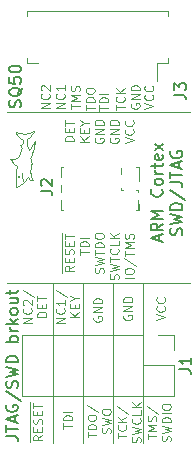
<source format=gbr>
%TF.GenerationSoftware,KiCad,Pcbnew,5.1.10*%
%TF.CreationDate,2021-08-08T15:42:29+02:00*%
%TF.ProjectId,debugconn,64656275-6763-46f6-9e6e-2e6b69636164,rev?*%
%TF.SameCoordinates,Original*%
%TF.FileFunction,Legend,Top*%
%TF.FilePolarity,Positive*%
%FSLAX46Y46*%
G04 Gerber Fmt 4.6, Leading zero omitted, Abs format (unit mm)*
G04 Created by KiCad (PCBNEW 5.1.10) date 2021-08-08 15:42:29*
%MOMM*%
%LPD*%
G01*
G04 APERTURE LIST*
%ADD10C,0.100000*%
%ADD11C,0.150000*%
%ADD12C,0.120000*%
G04 APERTURE END LIST*
D10*
X148893546Y-73046295D02*
X148922780Y-72943034D01*
X148922780Y-72943034D02*
X148951753Y-72839808D01*
X148951753Y-72839808D02*
X148971000Y-72771000D01*
X149773066Y-72700860D02*
X149832430Y-72617124D01*
X149832430Y-72617124D02*
X149887722Y-72530480D01*
X149887722Y-72530480D02*
X149935153Y-72449922D01*
X148691702Y-73559336D02*
X148737418Y-73468446D01*
X148737418Y-73468446D02*
X148780687Y-73376572D01*
X148780687Y-73376572D02*
X148806966Y-73314289D01*
X149037730Y-75134500D02*
X149034097Y-75031973D01*
X149034097Y-75031973D02*
X149028146Y-74930449D01*
X149028146Y-74930449D02*
X149025057Y-74883741D01*
X148574575Y-74302624D02*
X148574575Y-74302624D01*
X148577308Y-71636707D02*
X148525089Y-71546759D01*
X148525089Y-71546759D02*
X148478267Y-71453866D01*
X148478267Y-71453866D02*
X148457456Y-71410557D01*
X148689448Y-75197948D02*
X148692985Y-75212159D01*
X148702278Y-75222259D02*
X148715351Y-75226103D01*
X149406189Y-72305887D02*
X149422533Y-72413772D01*
X149422533Y-72413772D02*
X149438001Y-72517729D01*
X149438001Y-72517729D02*
X149458051Y-72617931D01*
X149458051Y-72617931D02*
X149488142Y-72714547D01*
X148806966Y-73314289D02*
X148842774Y-73215053D01*
X148842774Y-73215053D02*
X148874019Y-73114062D01*
X148874019Y-73114062D02*
X148893546Y-73046295D01*
X149705278Y-73590869D02*
X149737392Y-73685702D01*
X149737392Y-73685702D02*
X149769978Y-73792834D01*
X149769978Y-73792834D02*
X149794911Y-73900927D01*
X149794911Y-73900927D02*
X149805281Y-73973776D01*
X148494756Y-75943361D02*
X148490010Y-75843160D01*
X148490010Y-75843160D02*
X148488983Y-75825239D01*
X148690336Y-75190642D02*
X148689448Y-75197948D01*
X149025057Y-72054741D02*
X148942805Y-71987432D01*
X148942805Y-71987432D02*
X148855142Y-71927881D01*
X148855142Y-71927881D02*
X148843602Y-71919693D01*
X149243647Y-75564108D02*
X149166716Y-75641716D01*
X149166716Y-75641716D02*
X149084295Y-75714211D01*
X149084295Y-75714211D02*
X148998035Y-75782820D01*
X148998035Y-75782820D02*
X148909588Y-75848768D01*
X148715351Y-75226103D02*
X148728424Y-75222259D01*
X148143358Y-73703168D02*
X148246002Y-73703117D01*
X148246002Y-73703117D02*
X148347930Y-73689933D01*
X148347930Y-73689933D02*
X148394092Y-73679559D01*
X149772487Y-75510976D02*
X149682646Y-75458637D01*
X149682646Y-75458637D02*
X149623810Y-75398415D01*
X148876399Y-72509723D02*
X148945472Y-72485939D01*
X148574580Y-74302624D02*
X148488161Y-74247244D01*
X148488161Y-74247244D02*
X148404927Y-74188150D01*
X148404927Y-74188150D02*
X148352779Y-74144855D01*
X148971000Y-72771000D02*
X148916566Y-72687043D01*
X148916566Y-72687043D02*
X148903511Y-72656941D01*
X148741253Y-75197948D02*
X148737717Y-75183738D01*
X149398952Y-72086274D02*
X149388812Y-72190384D01*
X149388812Y-72190384D02*
X149403693Y-72291371D01*
X149403693Y-72291371D02*
X149406189Y-72305887D01*
X148488983Y-75825239D02*
X148489239Y-75712944D01*
X148489239Y-75712944D02*
X148489507Y-75600634D01*
X148489507Y-75600634D02*
X148489800Y-75488294D01*
X148489800Y-75488294D02*
X148490129Y-75375908D01*
X148490129Y-75375908D02*
X148490339Y-75311662D01*
X149606158Y-71899761D02*
X149520676Y-71958327D01*
X149520676Y-71958327D02*
X149438200Y-72025943D01*
X149438200Y-72025943D02*
X149398952Y-72086274D01*
X149691757Y-74739587D02*
X149713387Y-74843619D01*
X149713387Y-74843619D02*
X149734723Y-74948034D01*
X149734723Y-74948034D02*
X149748636Y-75018044D01*
X148029501Y-73689975D02*
X148129057Y-73702103D01*
X148129057Y-73702103D02*
X148143358Y-73703168D01*
X149819785Y-75287419D02*
X149869106Y-75382525D01*
X149869106Y-75382525D02*
X149923806Y-75466321D01*
X149923806Y-75466321D02*
X149957539Y-75514409D01*
X148728424Y-75173637D02*
X148715351Y-75169794D01*
X149067514Y-72111589D02*
X149025057Y-72054741D01*
X149059041Y-75384320D02*
X149042338Y-75285095D01*
X149042338Y-75285095D02*
X149038398Y-75182209D01*
X149038398Y-75182209D02*
X149037730Y-75134500D01*
X148702416Y-75173555D02*
X148697035Y-75178040D01*
X148945472Y-72485939D02*
X149014545Y-72437396D01*
X149623810Y-75398415D02*
X149565137Y-75315717D01*
X149565137Y-75315717D02*
X149512565Y-75222460D01*
X149512565Y-75222460D02*
X149502558Y-75203580D01*
X148903511Y-72656941D02*
X148886160Y-72580486D01*
X149502558Y-75203580D02*
X149442396Y-75297764D01*
X149442396Y-75297764D02*
X149380407Y-75390327D01*
X149380407Y-75390327D02*
X149314766Y-75479649D01*
X149314766Y-75479649D02*
X149243647Y-75564108D01*
X149081694Y-72242297D02*
X149077406Y-72142137D01*
X149077406Y-72142137D02*
X149067514Y-72111589D01*
X149891922Y-73135665D02*
X149853158Y-73236235D01*
X149853158Y-73236235D02*
X149812873Y-73336073D01*
X149812873Y-73336073D02*
X149771493Y-73435383D01*
X149771493Y-73435383D02*
X149729443Y-73534370D01*
X149729443Y-73534370D02*
X149705278Y-73590869D01*
X149592657Y-72915153D02*
X149662270Y-72836302D01*
X149662270Y-72836302D02*
X149729959Y-72755970D01*
X149729959Y-72755970D02*
X149773066Y-72700860D01*
X149778844Y-74356682D02*
X149757059Y-74465473D01*
X149757059Y-74465473D02*
X149732615Y-74573185D01*
X149732615Y-74573185D02*
X149706552Y-74680240D01*
X149706552Y-74680240D02*
X149691757Y-74739587D01*
X149538925Y-71516113D02*
X149640221Y-71486372D01*
X149640221Y-71486372D02*
X149739421Y-71450225D01*
X149739421Y-71450225D02*
X149837008Y-71409148D01*
X149837008Y-71409148D02*
X149933466Y-71364622D01*
X149933466Y-71364622D02*
X150029278Y-71318124D01*
X150029278Y-71318124D02*
X150061156Y-71302443D01*
X148909588Y-75848768D02*
X148827358Y-75908144D01*
X148827358Y-75908144D02*
X148744788Y-75966607D01*
X148744788Y-75966607D02*
X148661990Y-76024461D01*
X148661990Y-76024461D02*
X148579079Y-76082011D01*
X148692909Y-75183889D02*
X148690336Y-75190642D01*
X148171335Y-73927709D02*
X148115790Y-73839772D01*
X148115790Y-73839772D02*
X148063508Y-73750155D01*
X148063508Y-73750155D02*
X148029501Y-73689975D01*
X149187230Y-75622524D02*
X149130007Y-75535970D01*
X149130007Y-75535970D02*
X149081770Y-75446694D01*
X149081770Y-75446694D02*
X149059041Y-75384320D01*
X148843602Y-71919693D02*
X148758306Y-71850757D01*
X148758306Y-71850757D02*
X148680666Y-71772756D01*
X148680666Y-71772756D02*
X148611615Y-71687092D01*
X148611615Y-71687092D02*
X148577308Y-71636707D01*
X148352779Y-74144855D02*
X148278511Y-74069331D01*
X148278511Y-74069331D02*
X148212025Y-73986062D01*
X148212025Y-73986062D02*
X148171335Y-73927709D01*
X149935153Y-72449922D02*
X149987668Y-72355072D01*
X149987668Y-72355072D02*
X150038365Y-72259310D01*
X150038365Y-72259310D02*
X150083677Y-72171865D01*
X148689448Y-75197948D02*
X148689448Y-75197948D01*
X150030789Y-72666408D02*
X150007857Y-72770796D01*
X150007857Y-72770796D02*
X149980048Y-72874197D01*
X149980048Y-72874197D02*
X149948187Y-72976626D01*
X149948187Y-72976626D02*
X149913101Y-73078101D01*
X149913101Y-73078101D02*
X149891922Y-73135665D01*
X149957539Y-75514409D02*
X149856579Y-75522457D01*
X149856579Y-75522457D02*
X149772487Y-75510976D01*
X149748636Y-75018044D02*
X149769529Y-75121287D01*
X149769529Y-75121287D02*
X149795967Y-75222521D01*
X149795967Y-75222521D02*
X149819785Y-75287419D01*
X148715351Y-75169794D02*
X148708629Y-75170758D01*
X148457456Y-71410557D02*
X148557089Y-71442457D01*
X148557089Y-71442457D02*
X148657002Y-71473014D01*
X148657002Y-71473014D02*
X148757473Y-71500887D01*
X148757473Y-71500887D02*
X148858781Y-71524733D01*
X148858781Y-71524733D02*
X148961205Y-71543210D01*
X148961205Y-71543210D02*
X148995643Y-71547944D01*
X148995643Y-71547944D02*
X149097697Y-71557263D01*
X149097697Y-71557263D02*
X149200462Y-71559623D01*
X149200462Y-71559623D02*
X149303220Y-71554937D01*
X149303220Y-71554937D02*
X149405252Y-71543117D01*
X149405252Y-71543117D02*
X149505840Y-71524078D01*
X149505840Y-71524078D02*
X149538925Y-71516113D01*
X148505991Y-74801262D02*
X148516991Y-74691829D01*
X148516991Y-74691829D02*
X148530941Y-74582659D01*
X148530941Y-74582659D02*
X148547013Y-74473677D01*
X148547013Y-74473677D02*
X148564384Y-74364810D01*
X148564384Y-74364810D02*
X148574575Y-74302624D01*
X148737717Y-75212159D02*
X148741253Y-75197948D01*
X148728424Y-75222259D02*
X148737717Y-75212159D01*
X148708629Y-75170758D02*
X148702416Y-75173555D01*
X148886160Y-72580486D02*
X148876399Y-72509723D01*
X148394092Y-73679559D02*
X148489534Y-73649361D01*
X148489534Y-73649361D02*
X148582266Y-73610972D01*
X148582266Y-73610972D02*
X148673520Y-73568115D01*
X148673520Y-73568115D02*
X148691702Y-73559336D01*
X149014545Y-72437396D02*
X149083618Y-72365570D01*
X149083618Y-72365570D02*
X149081506Y-72261946D01*
X149081506Y-72261946D02*
X149081694Y-72242297D01*
X149805281Y-73973776D02*
X149809694Y-74081005D01*
X149809694Y-74081005D02*
X149803373Y-74189054D01*
X149803373Y-74189054D02*
X149789137Y-74297040D01*
X149789137Y-74297040D02*
X149778844Y-74356682D01*
X150061156Y-71302443D02*
X150010385Y-71389819D01*
X150010385Y-71389819D02*
X149958927Y-71476461D01*
X149958927Y-71476461D02*
X149923901Y-71533453D01*
X148692985Y-75212159D02*
X148702278Y-75222259D01*
X149488142Y-72714547D02*
X149532491Y-72809603D01*
X149532491Y-72809603D02*
X149585366Y-72902782D01*
X149585366Y-72902782D02*
X149592657Y-72915153D01*
X149923901Y-71533453D02*
X149866561Y-71621527D01*
X149866561Y-71621527D02*
X149804617Y-71706204D01*
X149804617Y-71706204D02*
X149735491Y-71786258D01*
X149735491Y-71786258D02*
X149656607Y-71860460D01*
X149656607Y-71860460D02*
X149606158Y-71899761D01*
X150083677Y-72171865D02*
X150076381Y-72280798D01*
X150076381Y-72280798D02*
X150067798Y-72389505D01*
X150067798Y-72389505D02*
X150056636Y-72497758D01*
X150056636Y-72497758D02*
X150041608Y-72605331D01*
X150041608Y-72605331D02*
X150030789Y-72666408D01*
X148490339Y-75311662D02*
X148490885Y-75199835D01*
X148490885Y-75199835D02*
X148492325Y-75088029D01*
X148492325Y-75088029D02*
X148495496Y-74976336D01*
X148495496Y-74976336D02*
X148501235Y-74864845D01*
X148501235Y-74864845D02*
X148505991Y-74801262D01*
X148514829Y-76040040D02*
X148494756Y-75943361D01*
X148697035Y-75178040D02*
X148692909Y-75183889D01*
X148579079Y-76082011D02*
X148514829Y-76040040D01*
X148737717Y-75183738D02*
X148728424Y-75173637D01*
D11*
X147661380Y-97162190D02*
X148375666Y-97162190D01*
X148518523Y-97209809D01*
X148613761Y-97305047D01*
X148661380Y-97447904D01*
X148661380Y-97543142D01*
X147661380Y-96828857D02*
X147661380Y-96257428D01*
X148661380Y-96543142D02*
X147661380Y-96543142D01*
X148375666Y-95971714D02*
X148375666Y-95495523D01*
X148661380Y-96066952D02*
X147661380Y-95733619D01*
X148661380Y-95400285D01*
X147709000Y-94543142D02*
X147661380Y-94638380D01*
X147661380Y-94781238D01*
X147709000Y-94924095D01*
X147804238Y-95019333D01*
X147899476Y-95066952D01*
X148089952Y-95114571D01*
X148232809Y-95114571D01*
X148423285Y-95066952D01*
X148518523Y-95019333D01*
X148613761Y-94924095D01*
X148661380Y-94781238D01*
X148661380Y-94686000D01*
X148613761Y-94543142D01*
X148566142Y-94495523D01*
X148232809Y-94495523D01*
X148232809Y-94686000D01*
X147613761Y-93352666D02*
X148899476Y-94209809D01*
X148613761Y-93066952D02*
X148661380Y-92924095D01*
X148661380Y-92686000D01*
X148613761Y-92590761D01*
X148566142Y-92543142D01*
X148470904Y-92495523D01*
X148375666Y-92495523D01*
X148280428Y-92543142D01*
X148232809Y-92590761D01*
X148185190Y-92686000D01*
X148137571Y-92876476D01*
X148089952Y-92971714D01*
X148042333Y-93019333D01*
X147947095Y-93066952D01*
X147851857Y-93066952D01*
X147756619Y-93019333D01*
X147709000Y-92971714D01*
X147661380Y-92876476D01*
X147661380Y-92638380D01*
X147709000Y-92495523D01*
X147661380Y-92162190D02*
X148661380Y-91924095D01*
X147947095Y-91733619D01*
X148661380Y-91543142D01*
X147661380Y-91305047D01*
X148661380Y-90924095D02*
X147661380Y-90924095D01*
X147661380Y-90686000D01*
X147709000Y-90543142D01*
X147804238Y-90447904D01*
X147899476Y-90400285D01*
X148089952Y-90352666D01*
X148232809Y-90352666D01*
X148423285Y-90400285D01*
X148518523Y-90447904D01*
X148613761Y-90543142D01*
X148661380Y-90686000D01*
X148661380Y-90924095D01*
X148661380Y-89162190D02*
X147661380Y-89162190D01*
X148042333Y-89162190D02*
X147994714Y-89066952D01*
X147994714Y-88876476D01*
X148042333Y-88781238D01*
X148089952Y-88733619D01*
X148185190Y-88686000D01*
X148470904Y-88686000D01*
X148566142Y-88733619D01*
X148613761Y-88781238D01*
X148661380Y-88876476D01*
X148661380Y-89066952D01*
X148613761Y-89162190D01*
X148661380Y-88257428D02*
X147994714Y-88257428D01*
X148185190Y-88257428D02*
X148089952Y-88209809D01*
X148042333Y-88162190D01*
X147994714Y-88066952D01*
X147994714Y-87971714D01*
X148661380Y-87638380D02*
X147661380Y-87638380D01*
X148280428Y-87543142D02*
X148661380Y-87257428D01*
X147994714Y-87257428D02*
X148375666Y-87638380D01*
X148661380Y-86686000D02*
X148613761Y-86781238D01*
X148566142Y-86828857D01*
X148470904Y-86876476D01*
X148185190Y-86876476D01*
X148089952Y-86828857D01*
X148042333Y-86781238D01*
X147994714Y-86686000D01*
X147994714Y-86543142D01*
X148042333Y-86447904D01*
X148089952Y-86400285D01*
X148185190Y-86352666D01*
X148470904Y-86352666D01*
X148566142Y-86400285D01*
X148613761Y-86447904D01*
X148661380Y-86543142D01*
X148661380Y-86686000D01*
X147994714Y-85495523D02*
X148661380Y-85495523D01*
X147994714Y-85924095D02*
X148518523Y-85924095D01*
X148613761Y-85876476D01*
X148661380Y-85781238D01*
X148661380Y-85638380D01*
X148613761Y-85543142D01*
X148566142Y-85495523D01*
X147994714Y-85162190D02*
X147994714Y-84781238D01*
X147661380Y-85019333D02*
X148518523Y-85019333D01*
X148613761Y-84971714D01*
X148661380Y-84876476D01*
X148661380Y-84781238D01*
X160631666Y-80652428D02*
X160631666Y-80176238D01*
X160917380Y-80747666D02*
X159917380Y-80414333D01*
X160917380Y-80081000D01*
X160917380Y-79176238D02*
X160441190Y-79509571D01*
X160917380Y-79747666D02*
X159917380Y-79747666D01*
X159917380Y-79366714D01*
X159965000Y-79271476D01*
X160012619Y-79223857D01*
X160107857Y-79176238D01*
X160250714Y-79176238D01*
X160345952Y-79223857D01*
X160393571Y-79271476D01*
X160441190Y-79366714D01*
X160441190Y-79747666D01*
X160917380Y-78747666D02*
X159917380Y-78747666D01*
X160631666Y-78414333D01*
X159917380Y-78081000D01*
X160917380Y-78081000D01*
X160822142Y-76271476D02*
X160869761Y-76319095D01*
X160917380Y-76461952D01*
X160917380Y-76557190D01*
X160869761Y-76700047D01*
X160774523Y-76795285D01*
X160679285Y-76842904D01*
X160488809Y-76890523D01*
X160345952Y-76890523D01*
X160155476Y-76842904D01*
X160060238Y-76795285D01*
X159965000Y-76700047D01*
X159917380Y-76557190D01*
X159917380Y-76461952D01*
X159965000Y-76319095D01*
X160012619Y-76271476D01*
X160917380Y-75700047D02*
X160869761Y-75795285D01*
X160822142Y-75842904D01*
X160726904Y-75890523D01*
X160441190Y-75890523D01*
X160345952Y-75842904D01*
X160298333Y-75795285D01*
X160250714Y-75700047D01*
X160250714Y-75557190D01*
X160298333Y-75461952D01*
X160345952Y-75414333D01*
X160441190Y-75366714D01*
X160726904Y-75366714D01*
X160822142Y-75414333D01*
X160869761Y-75461952D01*
X160917380Y-75557190D01*
X160917380Y-75700047D01*
X160917380Y-74938142D02*
X160250714Y-74938142D01*
X160441190Y-74938142D02*
X160345952Y-74890523D01*
X160298333Y-74842904D01*
X160250714Y-74747666D01*
X160250714Y-74652428D01*
X160250714Y-74461952D02*
X160250714Y-74081000D01*
X159917380Y-74319095D02*
X160774523Y-74319095D01*
X160869761Y-74271476D01*
X160917380Y-74176238D01*
X160917380Y-74081000D01*
X160869761Y-73366714D02*
X160917380Y-73461952D01*
X160917380Y-73652428D01*
X160869761Y-73747666D01*
X160774523Y-73795285D01*
X160393571Y-73795285D01*
X160298333Y-73747666D01*
X160250714Y-73652428D01*
X160250714Y-73461952D01*
X160298333Y-73366714D01*
X160393571Y-73319095D01*
X160488809Y-73319095D01*
X160584047Y-73795285D01*
X160917380Y-72985761D02*
X160250714Y-72461952D01*
X160250714Y-72985761D02*
X160917380Y-72461952D01*
X162519761Y-80152428D02*
X162567380Y-80009571D01*
X162567380Y-79771476D01*
X162519761Y-79676238D01*
X162472142Y-79628619D01*
X162376904Y-79581000D01*
X162281666Y-79581000D01*
X162186428Y-79628619D01*
X162138809Y-79676238D01*
X162091190Y-79771476D01*
X162043571Y-79961952D01*
X161995952Y-80057190D01*
X161948333Y-80104809D01*
X161853095Y-80152428D01*
X161757857Y-80152428D01*
X161662619Y-80104809D01*
X161615000Y-80057190D01*
X161567380Y-79961952D01*
X161567380Y-79723857D01*
X161615000Y-79581000D01*
X161567380Y-79247666D02*
X162567380Y-79009571D01*
X161853095Y-78819095D01*
X162567380Y-78628619D01*
X161567380Y-78390523D01*
X162567380Y-78009571D02*
X161567380Y-78009571D01*
X161567380Y-77771476D01*
X161615000Y-77628619D01*
X161710238Y-77533380D01*
X161805476Y-77485761D01*
X161995952Y-77438142D01*
X162138809Y-77438142D01*
X162329285Y-77485761D01*
X162424523Y-77533380D01*
X162519761Y-77628619D01*
X162567380Y-77771476D01*
X162567380Y-78009571D01*
X161519761Y-76295285D02*
X162805476Y-77152428D01*
X161567380Y-75676238D02*
X162281666Y-75676238D01*
X162424523Y-75723857D01*
X162519761Y-75819095D01*
X162567380Y-75961952D01*
X162567380Y-76057190D01*
X161567380Y-75342904D02*
X161567380Y-74771476D01*
X162567380Y-75057190D02*
X161567380Y-75057190D01*
X162281666Y-74485761D02*
X162281666Y-74009571D01*
X162567380Y-74581000D02*
X161567380Y-74247666D01*
X162567380Y-73914333D01*
X161615000Y-73057190D02*
X161567380Y-73152428D01*
X161567380Y-73295285D01*
X161615000Y-73438142D01*
X161710238Y-73533380D01*
X161805476Y-73581000D01*
X161995952Y-73628619D01*
X162138809Y-73628619D01*
X162329285Y-73581000D01*
X162424523Y-73533380D01*
X162519761Y-73438142D01*
X162567380Y-73295285D01*
X162567380Y-73200047D01*
X162519761Y-73057190D01*
X162472142Y-73009571D01*
X162138809Y-73009571D01*
X162138809Y-73200047D01*
D10*
X159355285Y-69453000D02*
X160105285Y-69203000D01*
X159355285Y-68953000D01*
X160033857Y-68274428D02*
X160069571Y-68310142D01*
X160105285Y-68417285D01*
X160105285Y-68488714D01*
X160069571Y-68595857D01*
X159998142Y-68667285D01*
X159926714Y-68703000D01*
X159783857Y-68738714D01*
X159676714Y-68738714D01*
X159533857Y-68703000D01*
X159462428Y-68667285D01*
X159391000Y-68595857D01*
X159355285Y-68488714D01*
X159355285Y-68417285D01*
X159391000Y-68310142D01*
X159426714Y-68274428D01*
X160033857Y-67524428D02*
X160069571Y-67560142D01*
X160105285Y-67667285D01*
X160105285Y-67738714D01*
X160069571Y-67845857D01*
X159998142Y-67917285D01*
X159926714Y-67953000D01*
X159783857Y-67988714D01*
X159676714Y-67988714D01*
X159533857Y-67953000D01*
X159462428Y-67917285D01*
X159391000Y-67845857D01*
X159355285Y-67738714D01*
X159355285Y-67667285D01*
X159391000Y-67560142D01*
X159426714Y-67524428D01*
X158248000Y-69024428D02*
X158212285Y-69095857D01*
X158212285Y-69203000D01*
X158248000Y-69310142D01*
X158319428Y-69381571D01*
X158390857Y-69417285D01*
X158533714Y-69453000D01*
X158640857Y-69453000D01*
X158783714Y-69417285D01*
X158855142Y-69381571D01*
X158926571Y-69310142D01*
X158962285Y-69203000D01*
X158962285Y-69131571D01*
X158926571Y-69024428D01*
X158890857Y-68988714D01*
X158640857Y-68988714D01*
X158640857Y-69131571D01*
X158962285Y-68667285D02*
X158212285Y-68667285D01*
X158962285Y-68238714D01*
X158212285Y-68238714D01*
X158962285Y-67881571D02*
X158212285Y-67881571D01*
X158212285Y-67703000D01*
X158248000Y-67595857D01*
X158319428Y-67524428D01*
X158390857Y-67488714D01*
X158533714Y-67453000D01*
X158640857Y-67453000D01*
X158783714Y-67488714D01*
X158855142Y-67524428D01*
X158926571Y-67595857D01*
X158962285Y-67703000D01*
X158962285Y-67881571D01*
X156942285Y-69544285D02*
X156942285Y-69115714D01*
X157692285Y-69330000D02*
X156942285Y-69330000D01*
X157620857Y-68437142D02*
X157656571Y-68472857D01*
X157692285Y-68580000D01*
X157692285Y-68651428D01*
X157656571Y-68758571D01*
X157585142Y-68830000D01*
X157513714Y-68865714D01*
X157370857Y-68901428D01*
X157263714Y-68901428D01*
X157120857Y-68865714D01*
X157049428Y-68830000D01*
X156978000Y-68758571D01*
X156942285Y-68651428D01*
X156942285Y-68580000D01*
X156978000Y-68472857D01*
X157013714Y-68437142D01*
X157692285Y-68115714D02*
X156942285Y-68115714D01*
X157692285Y-67687142D02*
X157263714Y-68008571D01*
X156942285Y-67687142D02*
X157370857Y-68115714D01*
X155545285Y-69601857D02*
X155545285Y-69173285D01*
X156295285Y-69387571D02*
X155545285Y-69387571D01*
X156295285Y-68923285D02*
X155545285Y-68923285D01*
X155545285Y-68744714D01*
X155581000Y-68637571D01*
X155652428Y-68566142D01*
X155723857Y-68530428D01*
X155866714Y-68494714D01*
X155973857Y-68494714D01*
X156116714Y-68530428D01*
X156188142Y-68566142D01*
X156259571Y-68637571D01*
X156295285Y-68744714D01*
X156295285Y-68923285D01*
X156295285Y-68173285D02*
X155545285Y-68173285D01*
X154402285Y-69562142D02*
X154402285Y-69133571D01*
X155152285Y-69347857D02*
X154402285Y-69347857D01*
X155152285Y-68883571D02*
X154402285Y-68883571D01*
X154402285Y-68705000D01*
X154438000Y-68597857D01*
X154509428Y-68526428D01*
X154580857Y-68490714D01*
X154723714Y-68455000D01*
X154830857Y-68455000D01*
X154973714Y-68490714D01*
X155045142Y-68526428D01*
X155116571Y-68597857D01*
X155152285Y-68705000D01*
X155152285Y-68883571D01*
X154402285Y-67990714D02*
X154402285Y-67847857D01*
X154438000Y-67776428D01*
X154509428Y-67705000D01*
X154652285Y-67669285D01*
X154902285Y-67669285D01*
X155045142Y-67705000D01*
X155116571Y-67776428D01*
X155152285Y-67847857D01*
X155152285Y-67990714D01*
X155116571Y-68062142D01*
X155045142Y-68133571D01*
X154902285Y-68169285D01*
X154652285Y-68169285D01*
X154509428Y-68133571D01*
X154438000Y-68062142D01*
X154402285Y-67990714D01*
X153132285Y-69453000D02*
X153132285Y-69024428D01*
X153882285Y-69238714D02*
X153132285Y-69238714D01*
X153882285Y-68774428D02*
X153132285Y-68774428D01*
X153668000Y-68524428D01*
X153132285Y-68274428D01*
X153882285Y-68274428D01*
X153846571Y-67953000D02*
X153882285Y-67845857D01*
X153882285Y-67667285D01*
X153846571Y-67595857D01*
X153810857Y-67560142D01*
X153739428Y-67524428D01*
X153668000Y-67524428D01*
X153596571Y-67560142D01*
X153560857Y-67595857D01*
X153525142Y-67667285D01*
X153489428Y-67810142D01*
X153453714Y-67881571D01*
X153418000Y-67917285D01*
X153346571Y-67953000D01*
X153275142Y-67953000D01*
X153203714Y-67917285D01*
X153168000Y-67881571D01*
X153132285Y-67810142D01*
X153132285Y-67631571D01*
X153168000Y-67524428D01*
X152612285Y-69399428D02*
X151862285Y-69399428D01*
X152612285Y-68970857D01*
X151862285Y-68970857D01*
X152540857Y-68185142D02*
X152576571Y-68220857D01*
X152612285Y-68328000D01*
X152612285Y-68399428D01*
X152576571Y-68506571D01*
X152505142Y-68578000D01*
X152433714Y-68613714D01*
X152290857Y-68649428D01*
X152183714Y-68649428D01*
X152040857Y-68613714D01*
X151969428Y-68578000D01*
X151898000Y-68506571D01*
X151862285Y-68399428D01*
X151862285Y-68328000D01*
X151898000Y-68220857D01*
X151933714Y-68185142D01*
X152612285Y-67470857D02*
X152612285Y-67899428D01*
X152612285Y-67685142D02*
X151862285Y-67685142D01*
X151969428Y-67756571D01*
X152040857Y-67828000D01*
X152076571Y-67899428D01*
X151342285Y-69399428D02*
X150592285Y-69399428D01*
X151342285Y-68970857D01*
X150592285Y-68970857D01*
X151270857Y-68185142D02*
X151306571Y-68220857D01*
X151342285Y-68328000D01*
X151342285Y-68399428D01*
X151306571Y-68506571D01*
X151235142Y-68578000D01*
X151163714Y-68613714D01*
X151020857Y-68649428D01*
X150913714Y-68649428D01*
X150770857Y-68613714D01*
X150699428Y-68578000D01*
X150628000Y-68506571D01*
X150592285Y-68399428D01*
X150592285Y-68328000D01*
X150628000Y-68220857D01*
X150663714Y-68185142D01*
X150663714Y-67899428D02*
X150628000Y-67863714D01*
X150592285Y-67792285D01*
X150592285Y-67613714D01*
X150628000Y-67542285D01*
X150663714Y-67506571D01*
X150735142Y-67470857D01*
X150806571Y-67470857D01*
X150913714Y-67506571D01*
X151342285Y-67935142D01*
X151342285Y-67470857D01*
D12*
X147701000Y-69723000D02*
X163195000Y-69723000D01*
D11*
X148867761Y-69325904D02*
X148915380Y-69183047D01*
X148915380Y-68944952D01*
X148867761Y-68849714D01*
X148820142Y-68802095D01*
X148724904Y-68754476D01*
X148629666Y-68754476D01*
X148534428Y-68802095D01*
X148486809Y-68849714D01*
X148439190Y-68944952D01*
X148391571Y-69135428D01*
X148343952Y-69230666D01*
X148296333Y-69278285D01*
X148201095Y-69325904D01*
X148105857Y-69325904D01*
X148010619Y-69278285D01*
X147963000Y-69230666D01*
X147915380Y-69135428D01*
X147915380Y-68897333D01*
X147963000Y-68754476D01*
X149010619Y-67659238D02*
X148963000Y-67754476D01*
X148867761Y-67849714D01*
X148724904Y-67992571D01*
X148677285Y-68087809D01*
X148677285Y-68183047D01*
X148915380Y-68135428D02*
X148867761Y-68230666D01*
X148772523Y-68325904D01*
X148582047Y-68373523D01*
X148248714Y-68373523D01*
X148058238Y-68325904D01*
X147963000Y-68230666D01*
X147915380Y-68135428D01*
X147915380Y-67944952D01*
X147963000Y-67849714D01*
X148058238Y-67754476D01*
X148248714Y-67706857D01*
X148582047Y-67706857D01*
X148772523Y-67754476D01*
X148867761Y-67849714D01*
X148915380Y-67944952D01*
X148915380Y-68135428D01*
X147915380Y-66802095D02*
X147915380Y-67278285D01*
X148391571Y-67325904D01*
X148343952Y-67278285D01*
X148296333Y-67183047D01*
X148296333Y-66944952D01*
X148343952Y-66849714D01*
X148391571Y-66802095D01*
X148486809Y-66754476D01*
X148724904Y-66754476D01*
X148820142Y-66802095D01*
X148867761Y-66849714D01*
X148915380Y-66944952D01*
X148915380Y-67183047D01*
X148867761Y-67278285D01*
X148820142Y-67325904D01*
X147915380Y-66135428D02*
X147915380Y-66040190D01*
X147963000Y-65944952D01*
X148010619Y-65897333D01*
X148105857Y-65849714D01*
X148296333Y-65802095D01*
X148534428Y-65802095D01*
X148724904Y-65849714D01*
X148820142Y-65897333D01*
X148867761Y-65944952D01*
X148915380Y-66040190D01*
X148915380Y-66135428D01*
X148867761Y-66230666D01*
X148820142Y-66278285D01*
X148724904Y-66325904D01*
X148534428Y-66373523D01*
X148296333Y-66373523D01*
X148105857Y-66325904D01*
X148010619Y-66278285D01*
X147963000Y-66230666D01*
X147915380Y-66135428D01*
D10*
X158454285Y-83772142D02*
X157704285Y-83772142D01*
X157704285Y-83272142D02*
X157704285Y-83129285D01*
X157740000Y-83057857D01*
X157811428Y-82986428D01*
X157954285Y-82950714D01*
X158204285Y-82950714D01*
X158347142Y-82986428D01*
X158418571Y-83057857D01*
X158454285Y-83129285D01*
X158454285Y-83272142D01*
X158418571Y-83343571D01*
X158347142Y-83415000D01*
X158204285Y-83450714D01*
X157954285Y-83450714D01*
X157811428Y-83415000D01*
X157740000Y-83343571D01*
X157704285Y-83272142D01*
X157668571Y-82093571D02*
X158632857Y-82736428D01*
X157704285Y-81950714D02*
X157704285Y-81522142D01*
X158454285Y-81736428D02*
X157704285Y-81736428D01*
X158454285Y-81272142D02*
X157704285Y-81272142D01*
X158240000Y-81022142D01*
X157704285Y-80772142D01*
X158454285Y-80772142D01*
X158418571Y-80450714D02*
X158454285Y-80343571D01*
X158454285Y-80165000D01*
X158418571Y-80093571D01*
X158382857Y-80057857D01*
X158311428Y-80022142D01*
X158240000Y-80022142D01*
X158168571Y-80057857D01*
X158132857Y-80093571D01*
X158097142Y-80165000D01*
X158061428Y-80307857D01*
X158025714Y-80379285D01*
X157990000Y-80415000D01*
X157918571Y-80450714D01*
X157847142Y-80450714D01*
X157775714Y-80415000D01*
X157740000Y-80379285D01*
X157704285Y-80307857D01*
X157704285Y-80129285D01*
X157740000Y-80022142D01*
X157148571Y-83897142D02*
X157184285Y-83790000D01*
X157184285Y-83611428D01*
X157148571Y-83540000D01*
X157112857Y-83504285D01*
X157041428Y-83468571D01*
X156970000Y-83468571D01*
X156898571Y-83504285D01*
X156862857Y-83540000D01*
X156827142Y-83611428D01*
X156791428Y-83754285D01*
X156755714Y-83825714D01*
X156720000Y-83861428D01*
X156648571Y-83897142D01*
X156577142Y-83897142D01*
X156505714Y-83861428D01*
X156470000Y-83825714D01*
X156434285Y-83754285D01*
X156434285Y-83575714D01*
X156470000Y-83468571D01*
X156434285Y-83218571D02*
X157184285Y-83040000D01*
X156648571Y-82897142D01*
X157184285Y-82754285D01*
X156434285Y-82575714D01*
X156434285Y-82397142D02*
X156434285Y-81968571D01*
X157184285Y-82182857D02*
X156434285Y-82182857D01*
X157112857Y-81290000D02*
X157148571Y-81325714D01*
X157184285Y-81432857D01*
X157184285Y-81504285D01*
X157148571Y-81611428D01*
X157077142Y-81682857D01*
X157005714Y-81718571D01*
X156862857Y-81754285D01*
X156755714Y-81754285D01*
X156612857Y-81718571D01*
X156541428Y-81682857D01*
X156470000Y-81611428D01*
X156434285Y-81504285D01*
X156434285Y-81432857D01*
X156470000Y-81325714D01*
X156505714Y-81290000D01*
X157184285Y-80611428D02*
X157184285Y-80968571D01*
X156434285Y-80968571D01*
X157184285Y-80361428D02*
X156434285Y-80361428D01*
X157184285Y-79932857D02*
X156755714Y-80254285D01*
X156434285Y-79932857D02*
X156862857Y-80361428D01*
X155878571Y-83357428D02*
X155914285Y-83250285D01*
X155914285Y-83071714D01*
X155878571Y-83000285D01*
X155842857Y-82964571D01*
X155771428Y-82928857D01*
X155700000Y-82928857D01*
X155628571Y-82964571D01*
X155592857Y-83000285D01*
X155557142Y-83071714D01*
X155521428Y-83214571D01*
X155485714Y-83286000D01*
X155450000Y-83321714D01*
X155378571Y-83357428D01*
X155307142Y-83357428D01*
X155235714Y-83321714D01*
X155200000Y-83286000D01*
X155164285Y-83214571D01*
X155164285Y-83036000D01*
X155200000Y-82928857D01*
X155164285Y-82678857D02*
X155914285Y-82500285D01*
X155378571Y-82357428D01*
X155914285Y-82214571D01*
X155164285Y-82036000D01*
X155164285Y-81857428D02*
X155164285Y-81428857D01*
X155914285Y-81643142D02*
X155164285Y-81643142D01*
X155914285Y-81178857D02*
X155164285Y-81178857D01*
X155164285Y-81000285D01*
X155200000Y-80893142D01*
X155271428Y-80821714D01*
X155342857Y-80786000D01*
X155485714Y-80750285D01*
X155592857Y-80750285D01*
X155735714Y-80786000D01*
X155807142Y-80821714D01*
X155878571Y-80893142D01*
X155914285Y-81000285D01*
X155914285Y-81178857D01*
X155164285Y-80286000D02*
X155164285Y-80143142D01*
X155200000Y-80071714D01*
X155271428Y-80000285D01*
X155414285Y-79964571D01*
X155664285Y-79964571D01*
X155807142Y-80000285D01*
X155878571Y-80071714D01*
X155914285Y-80143142D01*
X155914285Y-80286000D01*
X155878571Y-80357428D01*
X155807142Y-80428857D01*
X155664285Y-80464571D01*
X155414285Y-80464571D01*
X155271428Y-80428857D01*
X155200000Y-80357428D01*
X155164285Y-80286000D01*
X153894285Y-81793857D02*
X153894285Y-81365285D01*
X154644285Y-81579571D02*
X153894285Y-81579571D01*
X154644285Y-81115285D02*
X153894285Y-81115285D01*
X153894285Y-80936714D01*
X153930000Y-80829571D01*
X154001428Y-80758142D01*
X154072857Y-80722428D01*
X154215714Y-80686714D01*
X154322857Y-80686714D01*
X154465714Y-80722428D01*
X154537142Y-80758142D01*
X154608571Y-80829571D01*
X154644285Y-80936714D01*
X154644285Y-81115285D01*
X154644285Y-80365285D02*
X153894285Y-80365285D01*
X152365000Y-83357428D02*
X152365000Y-82607428D01*
X153374285Y-82750285D02*
X153017142Y-83000285D01*
X153374285Y-83178857D02*
X152624285Y-83178857D01*
X152624285Y-82893142D01*
X152660000Y-82821714D01*
X152695714Y-82786000D01*
X152767142Y-82750285D01*
X152874285Y-82750285D01*
X152945714Y-82786000D01*
X152981428Y-82821714D01*
X153017142Y-82893142D01*
X153017142Y-83178857D01*
X152365000Y-82607428D02*
X152365000Y-81928857D01*
X152981428Y-82428857D02*
X152981428Y-82178857D01*
X153374285Y-82071714D02*
X153374285Y-82428857D01*
X152624285Y-82428857D01*
X152624285Y-82071714D01*
X152365000Y-81928857D02*
X152365000Y-81214571D01*
X153338571Y-81786000D02*
X153374285Y-81678857D01*
X153374285Y-81500285D01*
X153338571Y-81428857D01*
X153302857Y-81393142D01*
X153231428Y-81357428D01*
X153160000Y-81357428D01*
X153088571Y-81393142D01*
X153052857Y-81428857D01*
X153017142Y-81500285D01*
X152981428Y-81643142D01*
X152945714Y-81714571D01*
X152910000Y-81750285D01*
X152838571Y-81786000D01*
X152767142Y-81786000D01*
X152695714Y-81750285D01*
X152660000Y-81714571D01*
X152624285Y-81643142D01*
X152624285Y-81464571D01*
X152660000Y-81357428D01*
X152365000Y-81214571D02*
X152365000Y-80536000D01*
X152981428Y-81036000D02*
X152981428Y-80786000D01*
X153374285Y-80678857D02*
X153374285Y-81036000D01*
X152624285Y-81036000D01*
X152624285Y-80678857D01*
X152365000Y-80536000D02*
X152365000Y-79964571D01*
X152624285Y-80464571D02*
X152624285Y-80036000D01*
X153374285Y-80250285D02*
X152624285Y-80250285D01*
X157704285Y-72374000D02*
X158454285Y-72124000D01*
X157704285Y-71874000D01*
X158382857Y-71195428D02*
X158418571Y-71231142D01*
X158454285Y-71338285D01*
X158454285Y-71409714D01*
X158418571Y-71516857D01*
X158347142Y-71588285D01*
X158275714Y-71624000D01*
X158132857Y-71659714D01*
X158025714Y-71659714D01*
X157882857Y-71624000D01*
X157811428Y-71588285D01*
X157740000Y-71516857D01*
X157704285Y-71409714D01*
X157704285Y-71338285D01*
X157740000Y-71231142D01*
X157775714Y-71195428D01*
X158382857Y-70445428D02*
X158418571Y-70481142D01*
X158454285Y-70588285D01*
X158454285Y-70659714D01*
X158418571Y-70766857D01*
X158347142Y-70838285D01*
X158275714Y-70874000D01*
X158132857Y-70909714D01*
X158025714Y-70909714D01*
X157882857Y-70874000D01*
X157811428Y-70838285D01*
X157740000Y-70766857D01*
X157704285Y-70659714D01*
X157704285Y-70588285D01*
X157740000Y-70481142D01*
X157775714Y-70445428D01*
X156470000Y-71945428D02*
X156434285Y-72016857D01*
X156434285Y-72124000D01*
X156470000Y-72231142D01*
X156541428Y-72302571D01*
X156612857Y-72338285D01*
X156755714Y-72374000D01*
X156862857Y-72374000D01*
X157005714Y-72338285D01*
X157077142Y-72302571D01*
X157148571Y-72231142D01*
X157184285Y-72124000D01*
X157184285Y-72052571D01*
X157148571Y-71945428D01*
X157112857Y-71909714D01*
X156862857Y-71909714D01*
X156862857Y-72052571D01*
X157184285Y-71588285D02*
X156434285Y-71588285D01*
X157184285Y-71159714D01*
X156434285Y-71159714D01*
X157184285Y-70802571D02*
X156434285Y-70802571D01*
X156434285Y-70624000D01*
X156470000Y-70516857D01*
X156541428Y-70445428D01*
X156612857Y-70409714D01*
X156755714Y-70374000D01*
X156862857Y-70374000D01*
X157005714Y-70409714D01*
X157077142Y-70445428D01*
X157148571Y-70516857D01*
X157184285Y-70624000D01*
X157184285Y-70802571D01*
X155200000Y-71945428D02*
X155164285Y-72016857D01*
X155164285Y-72124000D01*
X155200000Y-72231142D01*
X155271428Y-72302571D01*
X155342857Y-72338285D01*
X155485714Y-72374000D01*
X155592857Y-72374000D01*
X155735714Y-72338285D01*
X155807142Y-72302571D01*
X155878571Y-72231142D01*
X155914285Y-72124000D01*
X155914285Y-72052571D01*
X155878571Y-71945428D01*
X155842857Y-71909714D01*
X155592857Y-71909714D01*
X155592857Y-72052571D01*
X155914285Y-71588285D02*
X155164285Y-71588285D01*
X155914285Y-71159714D01*
X155164285Y-71159714D01*
X155914285Y-70802571D02*
X155164285Y-70802571D01*
X155164285Y-70624000D01*
X155200000Y-70516857D01*
X155271428Y-70445428D01*
X155342857Y-70409714D01*
X155485714Y-70374000D01*
X155592857Y-70374000D01*
X155735714Y-70409714D01*
X155807142Y-70445428D01*
X155878571Y-70516857D01*
X155914285Y-70624000D01*
X155914285Y-70802571D01*
X154644285Y-72231142D02*
X153894285Y-72231142D01*
X154644285Y-71802571D02*
X154215714Y-72124000D01*
X153894285Y-71802571D02*
X154322857Y-72231142D01*
X154251428Y-71481142D02*
X154251428Y-71231142D01*
X154644285Y-71124000D02*
X154644285Y-71481142D01*
X153894285Y-71481142D01*
X153894285Y-71124000D01*
X154287142Y-70659714D02*
X154644285Y-70659714D01*
X153894285Y-70909714D02*
X154287142Y-70659714D01*
X153894285Y-70409714D01*
X153374285Y-72195428D02*
X152624285Y-72195428D01*
X152624285Y-72016857D01*
X152660000Y-71909714D01*
X152731428Y-71838285D01*
X152802857Y-71802571D01*
X152945714Y-71766857D01*
X153052857Y-71766857D01*
X153195714Y-71802571D01*
X153267142Y-71838285D01*
X153338571Y-71909714D01*
X153374285Y-72016857D01*
X153374285Y-72195428D01*
X152981428Y-71445428D02*
X152981428Y-71195428D01*
X153374285Y-71088285D02*
X153374285Y-71445428D01*
X152624285Y-71445428D01*
X152624285Y-71088285D01*
X152624285Y-70874000D02*
X152624285Y-70445428D01*
X153374285Y-70659714D02*
X152624285Y-70659714D01*
X152634785Y-87572285D02*
X151884785Y-87572285D01*
X152634785Y-87143714D01*
X151884785Y-87143714D01*
X152563357Y-86358000D02*
X152599071Y-86393714D01*
X152634785Y-86500857D01*
X152634785Y-86572285D01*
X152599071Y-86679428D01*
X152527642Y-86750857D01*
X152456214Y-86786571D01*
X152313357Y-86822285D01*
X152206214Y-86822285D01*
X152063357Y-86786571D01*
X151991928Y-86750857D01*
X151920500Y-86679428D01*
X151884785Y-86572285D01*
X151884785Y-86500857D01*
X151920500Y-86393714D01*
X151956214Y-86358000D01*
X152634785Y-85643714D02*
X152634785Y-86072285D01*
X152634785Y-85858000D02*
X151884785Y-85858000D01*
X151991928Y-85929428D01*
X152063357Y-86000857D01*
X152099071Y-86072285D01*
X151849071Y-84786571D02*
X152813357Y-85429428D01*
X153859785Y-87090142D02*
X153109785Y-87090142D01*
X153859785Y-86661571D02*
X153431214Y-86983000D01*
X153109785Y-86661571D02*
X153538357Y-87090142D01*
X153466928Y-86340142D02*
X153466928Y-86090142D01*
X153859785Y-85983000D02*
X153859785Y-86340142D01*
X153109785Y-86340142D01*
X153109785Y-85983000D01*
X153502642Y-85518714D02*
X153859785Y-85518714D01*
X153109785Y-85768714D02*
X153502642Y-85518714D01*
X153109785Y-85268714D01*
D12*
X154178000Y-97790000D02*
X154178000Y-84201000D01*
X156718000Y-97790000D02*
X156718000Y-84201000D01*
X159258000Y-97790000D02*
X159258000Y-84201000D01*
D10*
X154551785Y-97260000D02*
X154551785Y-96831428D01*
X155301785Y-97045714D02*
X154551785Y-97045714D01*
X155301785Y-96581428D02*
X154551785Y-96581428D01*
X154551785Y-96402857D01*
X154587500Y-96295714D01*
X154658928Y-96224285D01*
X154730357Y-96188571D01*
X154873214Y-96152857D01*
X154980357Y-96152857D01*
X155123214Y-96188571D01*
X155194642Y-96224285D01*
X155266071Y-96295714D01*
X155301785Y-96402857D01*
X155301785Y-96581428D01*
X154551785Y-95688571D02*
X154551785Y-95545714D01*
X154587500Y-95474285D01*
X154658928Y-95402857D01*
X154801785Y-95367142D01*
X155051785Y-95367142D01*
X155194642Y-95402857D01*
X155266071Y-95474285D01*
X155301785Y-95545714D01*
X155301785Y-95688571D01*
X155266071Y-95760000D01*
X155194642Y-95831428D01*
X155051785Y-95867142D01*
X154801785Y-95867142D01*
X154658928Y-95831428D01*
X154587500Y-95760000D01*
X154551785Y-95688571D01*
X154516071Y-94510000D02*
X155480357Y-95152857D01*
X156491071Y-96920714D02*
X156526785Y-96813571D01*
X156526785Y-96635000D01*
X156491071Y-96563571D01*
X156455357Y-96527857D01*
X156383928Y-96492142D01*
X156312500Y-96492142D01*
X156241071Y-96527857D01*
X156205357Y-96563571D01*
X156169642Y-96635000D01*
X156133928Y-96777857D01*
X156098214Y-96849285D01*
X156062500Y-96885000D01*
X155991071Y-96920714D01*
X155919642Y-96920714D01*
X155848214Y-96885000D01*
X155812500Y-96849285D01*
X155776785Y-96777857D01*
X155776785Y-96599285D01*
X155812500Y-96492142D01*
X155776785Y-96242142D02*
X156526785Y-96063571D01*
X155991071Y-95920714D01*
X156526785Y-95777857D01*
X155776785Y-95599285D01*
X155776785Y-95170714D02*
X155776785Y-95027857D01*
X155812500Y-94956428D01*
X155883928Y-94885000D01*
X156026785Y-94849285D01*
X156276785Y-94849285D01*
X156419642Y-94885000D01*
X156491071Y-94956428D01*
X156526785Y-95027857D01*
X156526785Y-95170714D01*
X156491071Y-95242142D01*
X156419642Y-95313571D01*
X156276785Y-95349285D01*
X156026785Y-95349285D01*
X155883928Y-95313571D01*
X155812500Y-95242142D01*
X155776785Y-95170714D01*
X149698000Y-97708428D02*
X149698000Y-96958428D01*
X150707285Y-97101285D02*
X150350142Y-97351285D01*
X150707285Y-97529857D02*
X149957285Y-97529857D01*
X149957285Y-97244142D01*
X149993000Y-97172714D01*
X150028714Y-97137000D01*
X150100142Y-97101285D01*
X150207285Y-97101285D01*
X150278714Y-97137000D01*
X150314428Y-97172714D01*
X150350142Y-97244142D01*
X150350142Y-97529857D01*
X149698000Y-96958428D02*
X149698000Y-96279857D01*
X150314428Y-96779857D02*
X150314428Y-96529857D01*
X150707285Y-96422714D02*
X150707285Y-96779857D01*
X149957285Y-96779857D01*
X149957285Y-96422714D01*
X149698000Y-96279857D02*
X149698000Y-95565571D01*
X150671571Y-96137000D02*
X150707285Y-96029857D01*
X150707285Y-95851285D01*
X150671571Y-95779857D01*
X150635857Y-95744142D01*
X150564428Y-95708428D01*
X150493000Y-95708428D01*
X150421571Y-95744142D01*
X150385857Y-95779857D01*
X150350142Y-95851285D01*
X150314428Y-95994142D01*
X150278714Y-96065571D01*
X150243000Y-96101285D01*
X150171571Y-96137000D01*
X150100142Y-96137000D01*
X150028714Y-96101285D01*
X149993000Y-96065571D01*
X149957285Y-95994142D01*
X149957285Y-95815571D01*
X149993000Y-95708428D01*
X149698000Y-95565571D02*
X149698000Y-94887000D01*
X150314428Y-95387000D02*
X150314428Y-95137000D01*
X150707285Y-95029857D02*
X150707285Y-95387000D01*
X149957285Y-95387000D01*
X149957285Y-95029857D01*
X149698000Y-94887000D02*
X149698000Y-94315571D01*
X149957285Y-94815571D02*
X149957285Y-94387000D01*
X150707285Y-94601285D02*
X149957285Y-94601285D01*
X157091785Y-97369142D02*
X157091785Y-96940571D01*
X157841785Y-97154857D02*
X157091785Y-97154857D01*
X157770357Y-96262000D02*
X157806071Y-96297714D01*
X157841785Y-96404857D01*
X157841785Y-96476285D01*
X157806071Y-96583428D01*
X157734642Y-96654857D01*
X157663214Y-96690571D01*
X157520357Y-96726285D01*
X157413214Y-96726285D01*
X157270357Y-96690571D01*
X157198928Y-96654857D01*
X157127500Y-96583428D01*
X157091785Y-96476285D01*
X157091785Y-96404857D01*
X157127500Y-96297714D01*
X157163214Y-96262000D01*
X157841785Y-95940571D02*
X157091785Y-95940571D01*
X157841785Y-95512000D02*
X157413214Y-95833428D01*
X157091785Y-95512000D02*
X157520357Y-95940571D01*
X157056071Y-94654857D02*
X158020357Y-95297714D01*
X159031071Y-97708428D02*
X159066785Y-97601285D01*
X159066785Y-97422714D01*
X159031071Y-97351285D01*
X158995357Y-97315571D01*
X158923928Y-97279857D01*
X158852500Y-97279857D01*
X158781071Y-97315571D01*
X158745357Y-97351285D01*
X158709642Y-97422714D01*
X158673928Y-97565571D01*
X158638214Y-97637000D01*
X158602500Y-97672714D01*
X158531071Y-97708428D01*
X158459642Y-97708428D01*
X158388214Y-97672714D01*
X158352500Y-97637000D01*
X158316785Y-97565571D01*
X158316785Y-97387000D01*
X158352500Y-97279857D01*
X158316785Y-97029857D02*
X159066785Y-96851285D01*
X158531071Y-96708428D01*
X159066785Y-96565571D01*
X158316785Y-96387000D01*
X158995357Y-95672714D02*
X159031071Y-95708428D01*
X159066785Y-95815571D01*
X159066785Y-95887000D01*
X159031071Y-95994142D01*
X158959642Y-96065571D01*
X158888214Y-96101285D01*
X158745357Y-96137000D01*
X158638214Y-96137000D01*
X158495357Y-96101285D01*
X158423928Y-96065571D01*
X158352500Y-95994142D01*
X158316785Y-95887000D01*
X158316785Y-95815571D01*
X158352500Y-95708428D01*
X158388214Y-95672714D01*
X159066785Y-94994142D02*
X159066785Y-95351285D01*
X158316785Y-95351285D01*
X159066785Y-94744142D02*
X158316785Y-94744142D01*
X159066785Y-94315571D02*
X158638214Y-94637000D01*
X158316785Y-94315571D02*
X158745357Y-94744142D01*
X159631785Y-97404857D02*
X159631785Y-96976285D01*
X160381785Y-97190571D02*
X159631785Y-97190571D01*
X160381785Y-96726285D02*
X159631785Y-96726285D01*
X160167500Y-96476285D01*
X159631785Y-96226285D01*
X160381785Y-96226285D01*
X160346071Y-95904857D02*
X160381785Y-95797714D01*
X160381785Y-95619142D01*
X160346071Y-95547714D01*
X160310357Y-95512000D01*
X160238928Y-95476285D01*
X160167500Y-95476285D01*
X160096071Y-95512000D01*
X160060357Y-95547714D01*
X160024642Y-95619142D01*
X159988928Y-95762000D01*
X159953214Y-95833428D01*
X159917500Y-95869142D01*
X159846071Y-95904857D01*
X159774642Y-95904857D01*
X159703214Y-95869142D01*
X159667500Y-95833428D01*
X159631785Y-95762000D01*
X159631785Y-95583428D01*
X159667500Y-95476285D01*
X159596071Y-94619142D02*
X160560357Y-95262000D01*
X161571071Y-97601285D02*
X161606785Y-97494142D01*
X161606785Y-97315571D01*
X161571071Y-97244142D01*
X161535357Y-97208428D01*
X161463928Y-97172714D01*
X161392500Y-97172714D01*
X161321071Y-97208428D01*
X161285357Y-97244142D01*
X161249642Y-97315571D01*
X161213928Y-97458428D01*
X161178214Y-97529857D01*
X161142500Y-97565571D01*
X161071071Y-97601285D01*
X160999642Y-97601285D01*
X160928214Y-97565571D01*
X160892500Y-97529857D01*
X160856785Y-97458428D01*
X160856785Y-97279857D01*
X160892500Y-97172714D01*
X160856785Y-96922714D02*
X161606785Y-96744142D01*
X161071071Y-96601285D01*
X161606785Y-96458428D01*
X160856785Y-96279857D01*
X161606785Y-95994142D02*
X160856785Y-95994142D01*
X160856785Y-95815571D01*
X160892500Y-95708428D01*
X160963928Y-95637000D01*
X161035357Y-95601285D01*
X161178214Y-95565571D01*
X161285357Y-95565571D01*
X161428214Y-95601285D01*
X161499642Y-95637000D01*
X161571071Y-95708428D01*
X161606785Y-95815571D01*
X161606785Y-95994142D01*
X161606785Y-95244142D02*
X160856785Y-95244142D01*
X160856785Y-94744142D02*
X160856785Y-94601285D01*
X160892500Y-94529857D01*
X160963928Y-94458428D01*
X161106785Y-94422714D01*
X161356785Y-94422714D01*
X161499642Y-94458428D01*
X161571071Y-94529857D01*
X161606785Y-94601285D01*
X161606785Y-94744142D01*
X161571071Y-94815571D01*
X161499642Y-94887000D01*
X161356785Y-94922714D01*
X161106785Y-94922714D01*
X160963928Y-94887000D01*
X160892500Y-94815571D01*
X160856785Y-94744142D01*
X152497285Y-96525857D02*
X152497285Y-96097285D01*
X153247285Y-96311571D02*
X152497285Y-96311571D01*
X153247285Y-95847285D02*
X152497285Y-95847285D01*
X152497285Y-95668714D01*
X152533000Y-95561571D01*
X152604428Y-95490142D01*
X152675857Y-95454428D01*
X152818714Y-95418714D01*
X152925857Y-95418714D01*
X153068714Y-95454428D01*
X153140142Y-95490142D01*
X153211571Y-95561571D01*
X153247285Y-95668714D01*
X153247285Y-95847285D01*
X153247285Y-95097285D02*
X152497285Y-95097285D01*
X149840785Y-87572285D02*
X149090785Y-87572285D01*
X149840785Y-87143714D01*
X149090785Y-87143714D01*
X149769357Y-86358000D02*
X149805071Y-86393714D01*
X149840785Y-86500857D01*
X149840785Y-86572285D01*
X149805071Y-86679428D01*
X149733642Y-86750857D01*
X149662214Y-86786571D01*
X149519357Y-86822285D01*
X149412214Y-86822285D01*
X149269357Y-86786571D01*
X149197928Y-86750857D01*
X149126500Y-86679428D01*
X149090785Y-86572285D01*
X149090785Y-86500857D01*
X149126500Y-86393714D01*
X149162214Y-86358000D01*
X149162214Y-86072285D02*
X149126500Y-86036571D01*
X149090785Y-85965142D01*
X149090785Y-85786571D01*
X149126500Y-85715142D01*
X149162214Y-85679428D01*
X149233642Y-85643714D01*
X149305071Y-85643714D01*
X149412214Y-85679428D01*
X149840785Y-86108000D01*
X149840785Y-85643714D01*
X149055071Y-84786571D02*
X150019357Y-85429428D01*
X151065785Y-87054428D02*
X150315785Y-87054428D01*
X150315785Y-86875857D01*
X150351500Y-86768714D01*
X150422928Y-86697285D01*
X150494357Y-86661571D01*
X150637214Y-86625857D01*
X150744357Y-86625857D01*
X150887214Y-86661571D01*
X150958642Y-86697285D01*
X151030071Y-86768714D01*
X151065785Y-86875857D01*
X151065785Y-87054428D01*
X150672928Y-86304428D02*
X150672928Y-86054428D01*
X151065785Y-85947285D02*
X151065785Y-86304428D01*
X150315785Y-86304428D01*
X150315785Y-85947285D01*
X150315785Y-85733000D02*
X150315785Y-85304428D01*
X151065785Y-85518714D02*
X150315785Y-85518714D01*
X155073000Y-87058428D02*
X155037285Y-87129857D01*
X155037285Y-87237000D01*
X155073000Y-87344142D01*
X155144428Y-87415571D01*
X155215857Y-87451285D01*
X155358714Y-87487000D01*
X155465857Y-87487000D01*
X155608714Y-87451285D01*
X155680142Y-87415571D01*
X155751571Y-87344142D01*
X155787285Y-87237000D01*
X155787285Y-87165571D01*
X155751571Y-87058428D01*
X155715857Y-87022714D01*
X155465857Y-87022714D01*
X155465857Y-87165571D01*
X155787285Y-86701285D02*
X155037285Y-86701285D01*
X155787285Y-86272714D01*
X155037285Y-86272714D01*
X155787285Y-85915571D02*
X155037285Y-85915571D01*
X155037285Y-85737000D01*
X155073000Y-85629857D01*
X155144428Y-85558428D01*
X155215857Y-85522714D01*
X155358714Y-85487000D01*
X155465857Y-85487000D01*
X155608714Y-85522714D01*
X155680142Y-85558428D01*
X155751571Y-85629857D01*
X155787285Y-85737000D01*
X155787285Y-85915571D01*
X160371285Y-87360000D02*
X161121285Y-87110000D01*
X160371285Y-86860000D01*
X161049857Y-86181428D02*
X161085571Y-86217142D01*
X161121285Y-86324285D01*
X161121285Y-86395714D01*
X161085571Y-86502857D01*
X161014142Y-86574285D01*
X160942714Y-86610000D01*
X160799857Y-86645714D01*
X160692714Y-86645714D01*
X160549857Y-86610000D01*
X160478428Y-86574285D01*
X160407000Y-86502857D01*
X160371285Y-86395714D01*
X160371285Y-86324285D01*
X160407000Y-86217142D01*
X160442714Y-86181428D01*
X161049857Y-85431428D02*
X161085571Y-85467142D01*
X161121285Y-85574285D01*
X161121285Y-85645714D01*
X161085571Y-85752857D01*
X161014142Y-85824285D01*
X160942714Y-85860000D01*
X160799857Y-85895714D01*
X160692714Y-85895714D01*
X160549857Y-85860000D01*
X160478428Y-85824285D01*
X160407000Y-85752857D01*
X160371285Y-85645714D01*
X160371285Y-85574285D01*
X160407000Y-85467142D01*
X160442714Y-85431428D01*
X157613000Y-86931428D02*
X157577285Y-87002857D01*
X157577285Y-87110000D01*
X157613000Y-87217142D01*
X157684428Y-87288571D01*
X157755857Y-87324285D01*
X157898714Y-87360000D01*
X158005857Y-87360000D01*
X158148714Y-87324285D01*
X158220142Y-87288571D01*
X158291571Y-87217142D01*
X158327285Y-87110000D01*
X158327285Y-87038571D01*
X158291571Y-86931428D01*
X158255857Y-86895714D01*
X158005857Y-86895714D01*
X158005857Y-87038571D01*
X158327285Y-86574285D02*
X157577285Y-86574285D01*
X158327285Y-86145714D01*
X157577285Y-86145714D01*
X158327285Y-85788571D02*
X157577285Y-85788571D01*
X157577285Y-85610000D01*
X157613000Y-85502857D01*
X157684428Y-85431428D01*
X157755857Y-85395714D01*
X157898714Y-85360000D01*
X158005857Y-85360000D01*
X158148714Y-85395714D01*
X158220142Y-85431428D01*
X158291571Y-85502857D01*
X158327285Y-85610000D01*
X158327285Y-85788571D01*
D12*
X147701000Y-84201000D02*
X163195000Y-84201000D01*
X151638000Y-97790000D02*
X151638000Y-84201000D01*
%TO.C,J2*%
X152340000Y-74435000D02*
X152340000Y-75257470D01*
X152340000Y-77142530D02*
X152340000Y-77965000D01*
X152340000Y-75872530D02*
X152340000Y-76527470D01*
X157355000Y-74435000D02*
X157355000Y-75001529D01*
X157355000Y-76128471D02*
X157355000Y-76271529D01*
X157408471Y-76325000D02*
X157551529Y-76325000D01*
X158678471Y-76325000D02*
X158810000Y-76325000D01*
X158810000Y-76325000D02*
X158810000Y-76527470D01*
X158810000Y-77142530D02*
X158810000Y-77965000D01*
X158875000Y-74435000D02*
X158875000Y-75565000D01*
D10*
%TO.C,J4*%
X152275000Y-78000000D02*
X152275000Y-77500000D01*
X152475000Y-78000000D02*
X152275000Y-78000000D01*
X152275000Y-74400000D02*
X152275000Y-74900000D01*
X152475000Y-74400000D02*
X152275000Y-74400000D01*
X158875000Y-74400000D02*
X158875000Y-75000000D01*
X158675000Y-74400000D02*
X158875000Y-74400000D01*
X158675000Y-78000000D02*
X158875000Y-78000000D01*
X158875000Y-78000000D02*
X158875000Y-77500000D01*
D12*
%TO.C,J3*%
X161406000Y-65136000D02*
X161406000Y-65586000D01*
X161406000Y-65586000D02*
X160456000Y-65586000D01*
X160456000Y-65586000D02*
X160456000Y-67076000D01*
X149436000Y-65136000D02*
X149436000Y-65586000D01*
X149436000Y-65586000D02*
X150386000Y-65586000D01*
X161406000Y-61616000D02*
X161406000Y-61166000D01*
X161406000Y-61166000D02*
X149436000Y-61166000D01*
X149436000Y-61166000D02*
X149436000Y-61616000D01*
%TO.C,J1*%
X149038000Y-88586000D02*
X149038000Y-93786000D01*
X159258000Y-88586000D02*
X149038000Y-88586000D01*
X161858000Y-93786000D02*
X149038000Y-93786000D01*
X159258000Y-88586000D02*
X159258000Y-91186000D01*
X159258000Y-91186000D02*
X161858000Y-91186000D01*
X161858000Y-91186000D02*
X161858000Y-93786000D01*
X160528000Y-88586000D02*
X161858000Y-88586000D01*
X161858000Y-88586000D02*
X161858000Y-89916000D01*
%TO.C,J2*%
D11*
X150582380Y-76406333D02*
X151296666Y-76406333D01*
X151439523Y-76453952D01*
X151534761Y-76549190D01*
X151582380Y-76692047D01*
X151582380Y-76787285D01*
X150677619Y-75977761D02*
X150630000Y-75930142D01*
X150582380Y-75834904D01*
X150582380Y-75596809D01*
X150630000Y-75501571D01*
X150677619Y-75453952D01*
X150772857Y-75406333D01*
X150868095Y-75406333D01*
X151010952Y-75453952D01*
X151582380Y-76025380D01*
X151582380Y-75406333D01*
%TO.C,J3*%
X161885380Y-68278333D02*
X162599666Y-68278333D01*
X162742523Y-68325952D01*
X162837761Y-68421190D01*
X162885380Y-68564047D01*
X162885380Y-68659285D01*
X161885380Y-67897380D02*
X161885380Y-67278333D01*
X162266333Y-67611666D01*
X162266333Y-67468809D01*
X162313952Y-67373571D01*
X162361571Y-67325952D01*
X162456809Y-67278333D01*
X162694904Y-67278333D01*
X162790142Y-67325952D01*
X162837761Y-67373571D01*
X162885380Y-67468809D01*
X162885380Y-67754523D01*
X162837761Y-67849761D01*
X162790142Y-67897380D01*
%TO.C,J1*%
X162310380Y-91519333D02*
X163024666Y-91519333D01*
X163167523Y-91566952D01*
X163262761Y-91662190D01*
X163310380Y-91805047D01*
X163310380Y-91900285D01*
X163310380Y-90519333D02*
X163310380Y-91090761D01*
X163310380Y-90805047D02*
X162310380Y-90805047D01*
X162453238Y-90900285D01*
X162548476Y-90995523D01*
X162596095Y-91090761D01*
%TD*%
M02*

</source>
